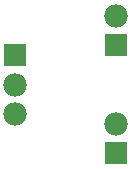
<source format=gts>
G04*
G04 #@! TF.GenerationSoftware,Altium Limited,Altium Designer,21.0.9 (235)*
G04*
G04 Layer_Color=8388736*
%FSLAX25Y25*%
%MOIN*%
G70*
G04*
G04 #@! TF.SameCoordinates,681C86FF-A5D9-4EC2-8099-3749C4F56B9B*
G04*
G04*
G04 #@! TF.FilePolarity,Negative*
G04*
G01*
G75*
%ADD11C,0.07800*%
%ADD12R,0.07800X0.07800*%
D11*
X36220Y27158D02*
D03*
Y37000D02*
D03*
X70000Y59921D02*
D03*
Y23921D02*
D03*
D12*
X36220Y46843D02*
D03*
X70000Y50079D02*
D03*
Y14079D02*
D03*
M02*

</source>
